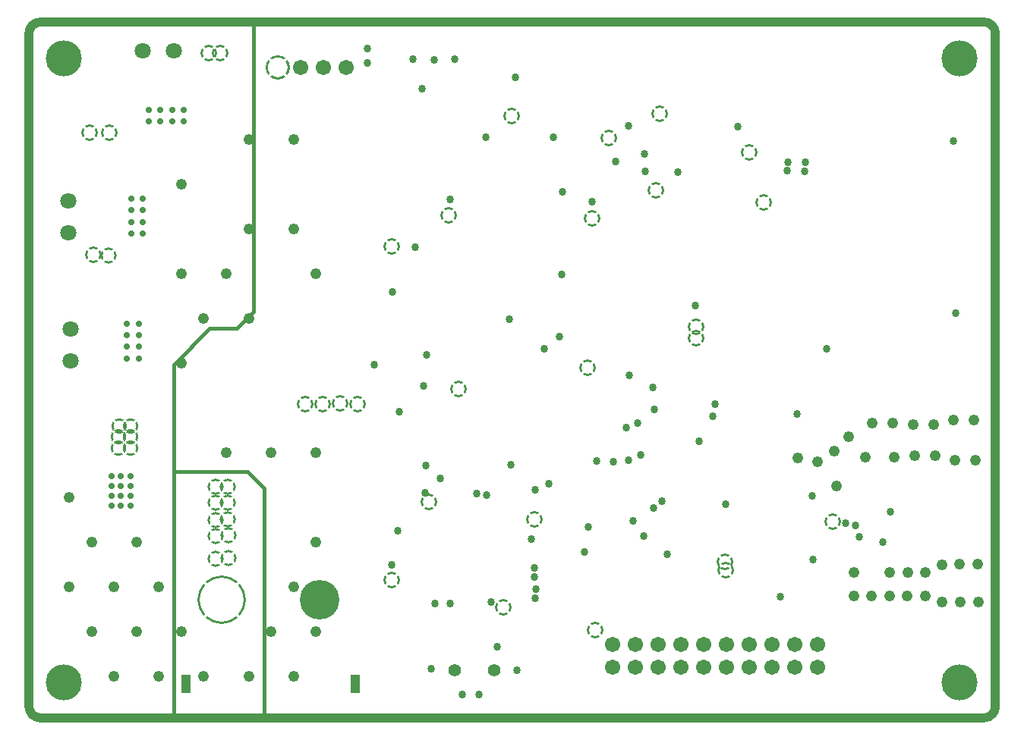
<source format=gbr>
%TF.GenerationSoftware,Altium Limited,Altium Designer,24.10.1 (45)*%
G04 Layer_Physical_Order=3*
G04 Layer_Color=128*
%FSLAX45Y45*%
%MOMM*%
%TF.SameCoordinates,E1515796-6FB3-4C94-B68D-87BC939BF7D9*%
%TF.FilePolarity,Negative*%
%TF.FileFunction,Copper,L3,Inr,Plane*%
%TF.Part,Single*%
G01*
G75*
%TA.AperFunction,NonConductor*%
%ADD82C,1.01600*%
%TA.AperFunction,ComponentPad*%
%ADD84C,1.70800*%
G04:AMPARAMS|DCode=85|XSize=2.724mm|YSize=2.724mm|CornerRadius=0mm|HoleSize=0mm|Usage=FLASHONLY|Rotation=0.000|XOffset=0mm|YOffset=0mm|HoleType=Round|Shape=Relief|Width=0.254mm|Gap=0.254mm|Entries=4|*
%AMTHD85*
7,0,0,2.72400,2.21600,0.25400,45*
%
%ADD85THD85*%
%ADD86R,1.10800X2.10800*%
%ADD87C,4.40800*%
%TA.AperFunction,ViaPad*%
%ADD88C,4.00800*%
%TA.AperFunction,ComponentPad*%
%ADD89C,1.80340*%
%ADD90C,0.70800*%
%ADD91C,1.40800*%
%TA.AperFunction,ViaPad*%
%ADD92C,1.21920*%
%ADD94C,0.85800*%
G04:AMPARAMS|DCode=95|XSize=1.874mm|YSize=1.874mm|CornerRadius=0mm|HoleSize=0mm|Usage=FLASHONLY|Rotation=0.000|XOffset=0mm|YOffset=0mm|HoleType=Round|Shape=Relief|Width=0.254mm|Gap=0.254mm|Entries=4|*
%AMTHD95*
7,0,0,1.87400,1.36600,0.25400,45*
%
%ADD95THD95*%
%ADD98C,0.70800*%
%TA.AperFunction,NonConductor*%
%ADD99C,0.38100*%
%TA.AperFunction,ComponentPad*%
G04:AMPARAMS|DCode=100|XSize=5.424mm|YSize=5.424mm|CornerRadius=0mm|HoleSize=0mm|Usage=FLASHONLY|Rotation=0.000|XOffset=0mm|YOffset=0mm|HoleType=Round|Shape=Relief|Width=0.254mm|Gap=0.254mm|Entries=4|*
%AMTHD100*
7,0,0,5.42400,4.91600,0.25400,45*
%
%ADD100THD100*%
%TA.AperFunction,ViaPad*%
G04:AMPARAMS|DCode=101|XSize=1.824mm|YSize=1.824mm|CornerRadius=0mm|HoleSize=0mm|Usage=FLASHONLY|Rotation=0.000|XOffset=0mm|YOffset=0mm|HoleType=Round|Shape=Relief|Width=0.254mm|Gap=0.254mm|Entries=4|*
%AMTHD101*
7,0,0,1.82400,1.31600,0.25400,45*
%
%ADD101THD101*%
G04:AMPARAMS|DCode=102|XSize=1.774mm|YSize=1.774mm|CornerRadius=0mm|HoleSize=0mm|Usage=FLASHONLY|Rotation=0.000|XOffset=0mm|YOffset=0mm|HoleType=Round|Shape=Relief|Width=0.254mm|Gap=0.254mm|Entries=4|*
%AMTHD102*
7,0,0,1.77400,1.26600,0.25400,45*
%
%ADD102THD102*%
D82*
X137000Y7770000D02*
G03*
X10000Y7643000I0J-127000D01*
G01*
X10790000D02*
G03*
X10663000Y7770000I-127000J0D01*
G01*
Y0D02*
G03*
X10790000Y127000I0J127000D01*
G01*
X10000D02*
G03*
X137000Y0I127000J0D01*
G01*
X10000Y127000D02*
Y7643000D01*
X137000Y7770000D02*
X10663000D01*
X10790000Y127000D02*
Y7643000D01*
X137000Y0D02*
X10663000D01*
D84*
X8802500Y819000D02*
D03*
X8548500D02*
D03*
X8294500D02*
D03*
X8040500D02*
D03*
X7786500D02*
D03*
X7532500D02*
D03*
X7278500D02*
D03*
X7024500D02*
D03*
X6770500D02*
D03*
X6516500D02*
D03*
Y565000D02*
D03*
X6770500D02*
D03*
X7024500D02*
D03*
X7278500D02*
D03*
X7532500D02*
D03*
X7786500D02*
D03*
X8040500D02*
D03*
X8294500D02*
D03*
X8548500D02*
D03*
X8802500D02*
D03*
X3038000Y7265000D02*
D03*
X3546000D02*
D03*
X3292000D02*
D03*
D85*
X2784000D02*
D03*
D86*
X3652500Y375001D02*
D03*
X1762500D02*
D03*
D87*
X3252500Y1315000D02*
D03*
D88*
X10390000Y7360000D02*
D03*
X400000D02*
D03*
Y400000D02*
D03*
X10390000D02*
D03*
D89*
X445000Y5420001D02*
D03*
Y5770521D02*
D03*
X477500Y4337501D02*
D03*
Y3986981D02*
D03*
X1625520Y7447500D02*
D03*
X1275000D02*
D03*
D90*
X1105000Y4402501D02*
D03*
X1235000D02*
D03*
X1105000Y4272501D02*
D03*
X1235000D02*
D03*
X1105000Y4142501D02*
D03*
X1235000D02*
D03*
X1105000Y4012501D02*
D03*
X1235000D02*
D03*
X1152500Y5797501D02*
D03*
X1282500D02*
D03*
X1152500Y5667501D02*
D03*
X1282500D02*
D03*
X1152500Y5537500D02*
D03*
X1282500D02*
D03*
X1152500Y5407500D02*
D03*
X1282500D02*
D03*
X1737500Y6790000D02*
D03*
Y6660000D02*
D03*
X1607500Y6790000D02*
D03*
Y6660000D02*
D03*
X1477500Y6790000D02*
D03*
Y6660000D02*
D03*
X1347500Y6790000D02*
D03*
Y6660000D02*
D03*
D91*
X4757500Y527500D02*
D03*
X5197500D02*
D03*
D92*
X2710000Y960000D02*
D03*
X710000Y1960000D02*
D03*
X2960000Y460000D02*
D03*
X1710000Y4960000D02*
D03*
Y5960000D02*
D03*
X2210000Y2960000D02*
D03*
X2460000Y6460000D02*
D03*
X1460000Y460000D02*
D03*
X2460000Y4460000D02*
D03*
X3210000Y2960000D02*
D03*
X710000Y960000D02*
D03*
X2460000Y460000D02*
D03*
X460000Y2460000D02*
D03*
X3210000Y4960000D02*
D03*
X460000Y1460000D02*
D03*
X1210000Y960000D02*
D03*
Y1960000D02*
D03*
X1960000Y460000D02*
D03*
X2460000Y5460000D02*
D03*
X1710000Y3960000D02*
D03*
X2960000Y1460000D02*
D03*
X2210000Y4960000D02*
D03*
X2960000Y6460000D02*
D03*
X960000Y460000D02*
D03*
X1460000Y1460000D02*
D03*
X1710000Y960000D02*
D03*
X2710000Y2960000D02*
D03*
X1960000Y4460000D02*
D03*
X3210000Y960000D02*
D03*
X960000Y1460000D02*
D03*
X3210000Y1960000D02*
D03*
X2960000Y5460000D02*
D03*
X10590809Y1712819D02*
D03*
X10390809D02*
D03*
X10190935Y1705717D02*
D03*
X10009264Y1622076D02*
D03*
X9809264D02*
D03*
X9609264D02*
D03*
X9209264Y1622067D02*
D03*
X9208138Y1357935D02*
D03*
X9408138Y1357924D02*
D03*
X9608138D02*
D03*
X9808138D02*
D03*
X10008138D02*
D03*
X10198376Y1296201D02*
D03*
X10398335Y1292181D02*
D03*
X10598335D02*
D03*
X9155564Y3142373D02*
D03*
X8996107Y2980810D02*
D03*
X8805382Y2857713D02*
D03*
X8582146Y2898876D02*
D03*
X9019300Y2588698D02*
D03*
X9342364Y2907661D02*
D03*
X9413324Y3288207D02*
D03*
X10548270Y3323936D02*
D03*
X10321270D02*
D03*
X10099790Y3274180D02*
D03*
X9872790D02*
D03*
X9646486Y3291936D02*
D03*
X9662082Y2908064D02*
D03*
X9888386Y2925820D02*
D03*
X10115386D02*
D03*
X10336866Y2876064D02*
D03*
X10563866D02*
D03*
D94*
X4124377Y2085000D02*
D03*
X7250000Y6097500D02*
D03*
X6550000Y6215000D02*
D03*
X6695000Y6612500D02*
D03*
X6885000Y6105000D02*
D03*
X6872500Y6295000D02*
D03*
X5235000Y795000D02*
D03*
X4500000Y550000D02*
D03*
X5450000Y532500D02*
D03*
X5027500Y262500D02*
D03*
X4840000D02*
D03*
X4425000Y2512500D02*
D03*
X5162500Y1292500D02*
D03*
X9617500Y2300000D02*
D03*
X9117500Y2170000D02*
D03*
X9537500Y1965000D02*
D03*
X9227500Y2152500D02*
D03*
X9275000Y2022500D02*
D03*
X8752500Y1765000D02*
D03*
X8747500Y2477500D02*
D03*
X8390000Y1355000D02*
D03*
X7482500Y3090000D02*
D03*
X8575000Y3392500D02*
D03*
X6972500Y3687500D02*
D03*
X7640000Y3370000D02*
D03*
X7660000Y3502500D02*
D03*
X6252500Y2132500D02*
D03*
X6705000Y3825000D02*
D03*
X7780000Y2382500D02*
D03*
X6865000Y2030000D02*
D03*
X6752500Y2200000D02*
D03*
X7070000Y2422500D02*
D03*
X6975000Y2340000D02*
D03*
X6832500Y2932500D02*
D03*
X6700000Y2880000D02*
D03*
X5652500Y2545000D02*
D03*
X5812500Y2615000D02*
D03*
X6982500Y3445000D02*
D03*
X6803030Y3291970D02*
D03*
X6670000Y3240000D02*
D03*
X6525105Y2859895D02*
D03*
X6340852Y2866648D02*
D03*
X5757500Y4120000D02*
D03*
X5927500Y4257500D02*
D03*
X5367500Y4455000D02*
D03*
X5615000Y1995000D02*
D03*
X5387500Y2827500D02*
D03*
X4440000Y2817500D02*
D03*
X6210000Y1850000D02*
D03*
X10350000Y4520000D02*
D03*
X10322500Y6437500D02*
D03*
X8665000Y6105000D02*
D03*
X8470000Y6110000D02*
D03*
X8670000Y6205000D02*
D03*
X8472500D02*
D03*
X8910000Y4117500D02*
D03*
X7442500Y4602500D02*
D03*
X6290000Y5767500D02*
D03*
X7920000Y6600000D02*
D03*
X5960000Y5872500D02*
D03*
X5950000Y4950000D02*
D03*
X7127500Y1827500D02*
D03*
X5660000Y1335000D02*
D03*
X5665000Y1440000D02*
D03*
X5645000Y1570000D02*
D03*
X5647500Y1677500D02*
D03*
X5002500Y2502500D02*
D03*
X4140000Y3420000D02*
D03*
X5857500Y6482500D02*
D03*
X5102500Y6487500D02*
D03*
X4052500Y1710000D02*
D03*
X4600000Y2670000D02*
D03*
X5114590Y2489590D02*
D03*
X4415000Y3705000D02*
D03*
X4707500Y1280000D02*
D03*
X4535000D02*
D03*
X4705000Y5787500D02*
D03*
X4395000Y7022500D02*
D03*
X3785000Y7312500D02*
D03*
X3787500Y7475000D02*
D03*
X4760000Y7352500D02*
D03*
X4527500Y7350000D02*
D03*
X4292500Y7352500D02*
D03*
X5437500Y7152500D02*
D03*
X4315000Y5255000D02*
D03*
X4065000Y4757500D02*
D03*
X4445000Y4057500D02*
D03*
X3860000Y3942500D02*
D03*
D95*
X7042500Y6747500D02*
D03*
X6480000Y6472500D02*
D03*
X7000000Y5890000D02*
D03*
X4472500Y2410000D02*
D03*
X8977500Y2190000D02*
D03*
X6242500Y3910000D02*
D03*
X8205000Y5757500D02*
D03*
X7450000Y4237500D02*
D03*
Y4365000D02*
D03*
X6290000Y5577500D02*
D03*
X8042500Y6315000D02*
D03*
X7777500Y1645000D02*
D03*
X7775000Y1745000D02*
D03*
X6325000Y977500D02*
D03*
X5300000Y1230000D02*
D03*
X4055000Y1542500D02*
D03*
X5647500Y2212500D02*
D03*
X4802500Y3672500D02*
D03*
X4055000Y5262500D02*
D03*
X4692500Y5607500D02*
D03*
X5397500Y6720000D02*
D03*
X3675000Y3505000D02*
D03*
X3477500Y3512500D02*
D03*
X3285000Y3502500D02*
D03*
X3090000D02*
D03*
X2142500Y7425000D02*
D03*
X2012500D02*
D03*
X690000Y6532500D02*
D03*
X905000D02*
D03*
X730000Y5167500D02*
D03*
D98*
X1147500Y2369500D02*
D03*
X1037500D02*
D03*
X927500D02*
D03*
X1147500Y2479500D02*
D03*
X1037500D02*
D03*
X927500D02*
D03*
X1147500Y2589500D02*
D03*
X1037500D02*
D03*
X927500D02*
D03*
X1147500Y2699500D02*
D03*
X1037500D02*
D03*
X927500D02*
D03*
D99*
X2497500Y7767500D02*
G03*
X2495000Y7770000I-2500J0D01*
G01*
X2497500Y7767500D02*
X2515000Y7750000D01*
X2625000Y-2500D02*
X2632500Y5000D01*
Y2562500D01*
X2447500Y2747500D02*
X2632500Y2562500D01*
X1630000Y2747500D02*
X2447500D01*
X1622500Y22500D02*
Y3945000D01*
X2027500Y4350000D01*
X2325000D01*
X2515000Y4540000D01*
Y7750000D01*
D100*
X2162500Y1315000D02*
D03*
D101*
X900000Y5165000D02*
D03*
X2230000Y2582500D02*
D03*
Y2402500D02*
D03*
Y2212500D02*
D03*
X2232500Y2035000D02*
D03*
X2235000Y1782500D02*
D03*
X2095000Y1780000D02*
D03*
X2092500Y2032500D02*
D03*
X2090000Y2210000D02*
D03*
Y2400000D02*
D03*
Y2580000D02*
D03*
D102*
X1005000Y3015000D02*
D03*
X1007500Y3137500D02*
D03*
X1012500Y3257500D02*
D03*
X1142500Y3015000D02*
D03*
Y3137500D02*
D03*
X1145000Y3260000D02*
D03*
%TF.MD5,1e410e5d1f014a9317a9828dc927f133*%
M02*

</source>
